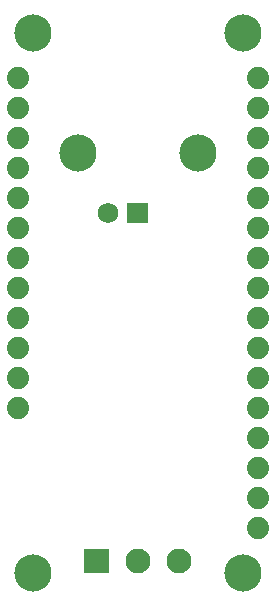
<source format=gbr>
G04 #@! TF.GenerationSoftware,KiCad,Pcbnew,5.1.7-a382d34a8~87~ubuntu18.04.1*
G04 #@! TF.CreationDate,2021-01-18T08:48:31-08:00*
G04 #@! TF.ProjectId,ph_feather_wing,70685f66-6561-4746-9865-725f77696e67,rev?*
G04 #@! TF.SameCoordinates,Original*
G04 #@! TF.FileFunction,Soldermask,Bot*
G04 #@! TF.FilePolarity,Negative*
%FSLAX46Y46*%
G04 Gerber Fmt 4.6, Leading zero omitted, Abs format (unit mm)*
G04 Created by KiCad (PCBNEW 5.1.7-a382d34a8~87~ubuntu18.04.1) date 2021-01-18 08:48:31*
%MOMM*%
%LPD*%
G01*
G04 APERTURE LIST*
%ADD10C,3.150000*%
%ADD11C,1.880000*%
%ADD12C,1.753000*%
%ADD13C,2.102000*%
G04 APERTURE END LIST*
D10*
X67310000Y-53340000D03*
X85090000Y-53340000D03*
X85090000Y-99060000D03*
X67310000Y-99060000D03*
D11*
X66040000Y-57150000D03*
X66040000Y-59690000D03*
X66040000Y-62230000D03*
X66040000Y-64770000D03*
X66040000Y-67310000D03*
X66040000Y-69850000D03*
X66040000Y-72390000D03*
X66040000Y-74930000D03*
X66040000Y-77470000D03*
X66040000Y-80010000D03*
X66040000Y-82550000D03*
X66040000Y-85090000D03*
X86360000Y-95250000D03*
X86360000Y-92710000D03*
X86360000Y-90170000D03*
X86360000Y-87630000D03*
X86360000Y-85090000D03*
X86360000Y-82550000D03*
X86360000Y-80010000D03*
X86360000Y-77470000D03*
X86360000Y-74930000D03*
X86360000Y-72390000D03*
X86360000Y-69850000D03*
X86360000Y-67310000D03*
X86360000Y-64770000D03*
X86360000Y-62230000D03*
X86360000Y-59690000D03*
X86360000Y-57150000D03*
D10*
X71120000Y-63500000D03*
X81280000Y-63500000D03*
G36*
G01*
X75323500Y-69405500D02*
X75323500Y-67754500D01*
G75*
G02*
X75374500Y-67703500I51000J0D01*
G01*
X77025500Y-67703500D01*
G75*
G02*
X77076500Y-67754500I0J-51000D01*
G01*
X77076500Y-69405500D01*
G75*
G02*
X77025500Y-69456500I-51000J0D01*
G01*
X75374500Y-69456500D01*
G75*
G02*
X75323500Y-69405500I0J51000D01*
G01*
G37*
D12*
X73660000Y-68580000D03*
D13*
X76200000Y-98044000D03*
G36*
G01*
X71648880Y-99044000D02*
X71648880Y-97044000D01*
G75*
G02*
X71699880Y-96993000I51000J0D01*
G01*
X73699880Y-96993000D01*
G75*
G02*
X73750880Y-97044000I0J-51000D01*
G01*
X73750880Y-99044000D01*
G75*
G02*
X73699880Y-99095000I-51000J0D01*
G01*
X71699880Y-99095000D01*
G75*
G02*
X71648880Y-99044000I0J51000D01*
G01*
G37*
X79700120Y-98044000D03*
M02*

</source>
